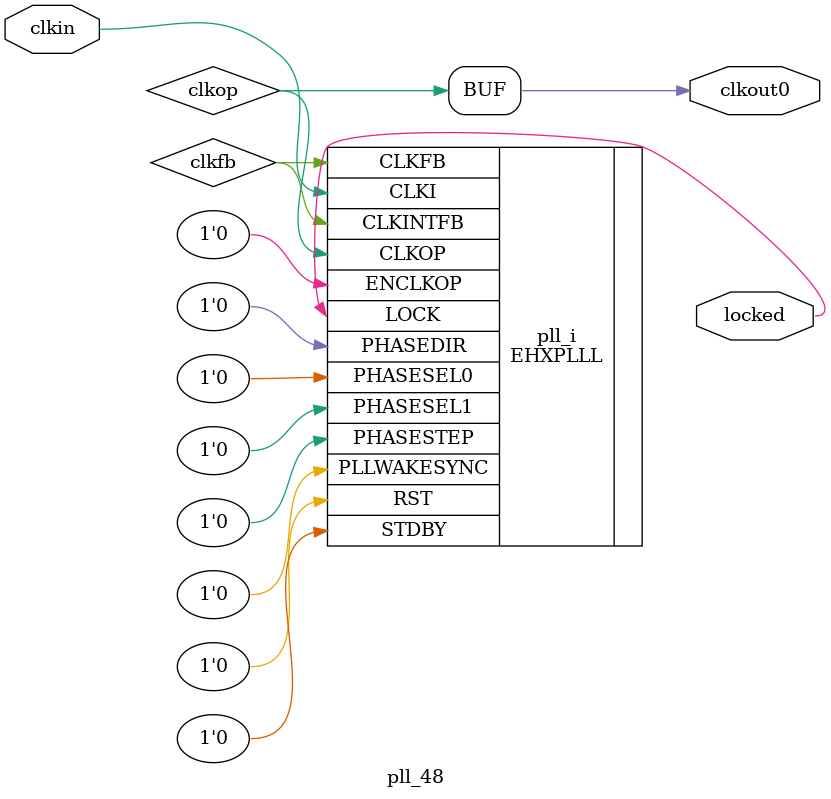
<source format=v>
module pll_48
(
    input clkin, // 240 MHz, 0 deg
    output clkout0, // 48 MHz, 0 deg
    output locked
);
wire clkfb;
wire clkos;
wire clkop;
(* ICP_CURRENT="12" *) (* LPF_RESISTOR="8" *) (* MFG_ENABLE_FILTEROPAMP="1" *) (* MFG_GMCREF_SEL="2" *)
EHXPLLL #(
        .PLLRST_ENA("DISABLED"),
        .INTFB_WAKE("DISABLED"),
        .STDBY_ENABLE("DISABLED"),
        .DPHASE_SOURCE("DISABLED"),
        .CLKOP_FPHASE(0),
        .CLKOP_CPHASE(5),
        .OUTDIVIDER_MUXA("DIVA"),
        .CLKOP_ENABLE("ENABLED"),
        .CLKOP_DIV(12),
        .CLKFB_DIV(1),
        .CLKI_DIV(5),
        .FEEDBK_PATH("INT_OP")
    ) pll_i (
        .CLKI(clkin),
        .CLKFB(clkfb),
        .CLKINTFB(clkfb),
        .CLKOP(clkop),
        .RST(1'b0),
        .STDBY(1'b0),
        .PHASESEL0(1'b0),
        .PHASESEL1(1'b0),
        .PHASEDIR(1'b0),
        .PHASESTEP(1'b0),
        .PLLWAKESYNC(1'b0),
        .ENCLKOP(1'b0),
        .LOCK(locked)
	);
assign clkout0 = clkop;
endmodule

</source>
